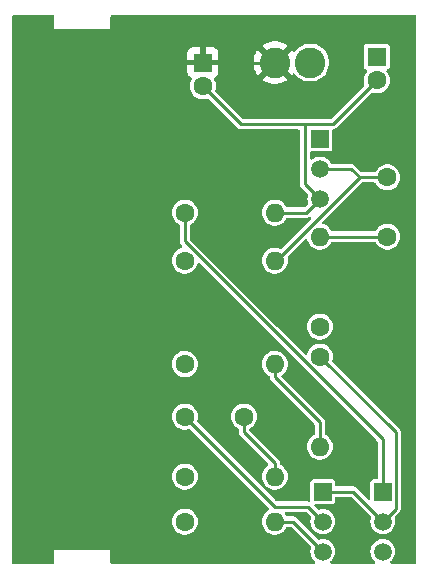
<source format=gbr>
G04 #@! TF.GenerationSoftware,KiCad,Pcbnew,8.0.1*
G04 #@! TF.CreationDate,2024-06-18T22:12:42-04:00*
G04 #@! TF.ProjectId,OdysseyDaughterCardHorizSyncGenerator,4f647973-7365-4794-9461-756768746572,1.0*
G04 #@! TF.SameCoordinates,Original*
G04 #@! TF.FileFunction,Copper,L1,Top*
G04 #@! TF.FilePolarity,Positive*
%FSLAX46Y46*%
G04 Gerber Fmt 4.6, Leading zero omitted, Abs format (unit mm)*
G04 Created by KiCad (PCBNEW 8.0.1) date 2024-06-18 22:12:42*
%MOMM*%
%LPD*%
G01*
G04 APERTURE LIST*
G04 #@! TA.AperFunction,ComponentPad*
%ADD10R,1.500000X1.500000*%
G04 #@! TD*
G04 #@! TA.AperFunction,ComponentPad*
%ADD11C,1.500000*%
G04 #@! TD*
G04 #@! TA.AperFunction,ComponentPad*
%ADD12C,1.600000*%
G04 #@! TD*
G04 #@! TA.AperFunction,ComponentPad*
%ADD13R,1.600000X1.600000*%
G04 #@! TD*
G04 #@! TA.AperFunction,ComponentPad*
%ADD14C,2.600000*%
G04 #@! TD*
G04 #@! TA.AperFunction,ComponentPad*
%ADD15O,1.600000X1.600000*%
G04 #@! TD*
G04 #@! TA.AperFunction,Conductor*
%ADD16C,0.250000*%
G04 #@! TD*
G04 APERTURE END LIST*
D10*
X153924000Y-118110000D03*
D11*
X153924000Y-120650000D03*
X153924000Y-123190000D03*
D10*
X148844000Y-118110000D03*
D11*
X148844000Y-120650000D03*
X148844000Y-123190000D03*
D10*
X148590000Y-88265000D03*
D11*
X148590000Y-90805000D03*
X148590000Y-93345000D03*
D12*
X154305000Y-91520000D03*
X154305000Y-96520000D03*
X142160000Y-111760000D03*
X137160000Y-111760000D03*
X138684000Y-83788000D03*
D13*
X138684000Y-81788000D03*
D12*
X153416000Y-83280000D03*
D13*
X153416000Y-81280000D03*
D14*
X147780000Y-81788000D03*
X144780000Y-81788000D03*
D15*
X144780000Y-120650000D03*
D12*
X137160000Y-120650000D03*
D15*
X144780000Y-98552000D03*
D12*
X137160000Y-98552000D03*
D15*
X144780000Y-116840000D03*
D12*
X137160000Y-116840000D03*
D15*
X148590000Y-96520000D03*
D12*
X148590000Y-104140000D03*
D15*
X144780000Y-107315000D03*
D12*
X137160000Y-107315000D03*
D15*
X148590000Y-114300000D03*
D12*
X148590000Y-106680000D03*
D15*
X144780000Y-94488000D03*
D12*
X137160000Y-94488000D03*
D16*
X151384000Y-118110000D02*
X153924000Y-120650000D01*
X148844000Y-118110000D02*
X151384000Y-118110000D01*
X154999000Y-119575000D02*
X153924000Y-120650000D01*
X154999000Y-113089000D02*
X154999000Y-119575000D01*
X148590000Y-106680000D02*
X154999000Y-113089000D01*
X144780000Y-119380000D02*
X147574000Y-119380000D01*
X147574000Y-119380000D02*
X148844000Y-120650000D01*
X137160000Y-111760000D02*
X144780000Y-119380000D01*
X146304000Y-120650000D02*
X148844000Y-123190000D01*
X144780000Y-120650000D02*
X146304000Y-120650000D01*
X144920700Y-98552000D02*
X151952700Y-91520000D01*
X144780000Y-98552000D02*
X144920700Y-98552000D01*
X151237700Y-90805000D02*
X151952700Y-91520000D01*
X148590000Y-90805000D02*
X151237700Y-90805000D01*
X147320000Y-92075000D02*
X148590000Y-93345000D01*
X147320000Y-87030700D02*
X147320000Y-92075000D01*
X147514600Y-87030700D02*
X147320000Y-87030700D01*
X147447000Y-94488000D02*
X148590000Y-93345000D01*
X144780000Y-94488000D02*
X147447000Y-94488000D01*
X148590000Y-96520000D02*
X154305000Y-96520000D01*
X151952700Y-91520000D02*
X154305000Y-91520000D01*
X142160000Y-113094700D02*
X142160000Y-111760000D01*
X144780000Y-116840000D02*
X144780000Y-115714700D01*
X144780000Y-115714700D02*
X142160000Y-113094700D01*
X144780000Y-81788000D02*
X138684000Y-81788000D01*
X141926700Y-87030700D02*
X138684000Y-83788000D01*
X144780000Y-108440300D02*
X148590000Y-112250300D01*
X148590000Y-112250300D02*
X148590000Y-114300000D01*
X153416000Y-83280000D02*
X149665300Y-87030700D01*
X148590000Y-90805000D02*
X148590000Y-91230100D01*
X149665300Y-87030700D02*
X147514600Y-87030700D01*
X147514600Y-87030700D02*
X141926700Y-87030700D01*
X144780000Y-107315000D02*
X144780000Y-108440300D01*
X153924000Y-118110000D02*
X153924000Y-113692000D01*
X137160000Y-96928000D02*
X137160000Y-94488000D01*
X153924000Y-113692000D02*
X137160000Y-96928000D01*
G04 #@! TA.AperFunction,Conductor*
G36*
X126042539Y-77795185D02*
G01*
X126088294Y-77847989D01*
X126099500Y-77899500D01*
X126099500Y-78884982D01*
X126099500Y-78915018D01*
X126110994Y-78942767D01*
X126132233Y-78964006D01*
X126159982Y-78975500D01*
X126159984Y-78975500D01*
X130790016Y-78975500D01*
X130790018Y-78975500D01*
X130817767Y-78964006D01*
X130839006Y-78942767D01*
X130850500Y-78915018D01*
X130850500Y-77899500D01*
X130870185Y-77832461D01*
X130922989Y-77786706D01*
X130974500Y-77775500D01*
X156645500Y-77775500D01*
X156712539Y-77795185D01*
X156758294Y-77847989D01*
X156769500Y-77899500D01*
X156769500Y-124100500D01*
X156749815Y-124167539D01*
X156697011Y-124213294D01*
X156645500Y-124224500D01*
X154665928Y-124224500D01*
X154598889Y-124204815D01*
X154553134Y-124152011D01*
X154543190Y-124082853D01*
X154572215Y-124019297D01*
X154587264Y-124004646D01*
X154670410Y-123936410D01*
X154801685Y-123776450D01*
X154899232Y-123593954D01*
X154959300Y-123395934D01*
X154979583Y-123190000D01*
X154959300Y-122984066D01*
X154899232Y-122786046D01*
X154801685Y-122603550D01*
X154749702Y-122540209D01*
X154670410Y-122443589D01*
X154510452Y-122312317D01*
X154510453Y-122312317D01*
X154510450Y-122312315D01*
X154327954Y-122214768D01*
X154129934Y-122154700D01*
X154129932Y-122154699D01*
X154129934Y-122154699D01*
X153924000Y-122134417D01*
X153718067Y-122154699D01*
X153520043Y-122214769D01*
X153409898Y-122273643D01*
X153337550Y-122312315D01*
X153337548Y-122312316D01*
X153337547Y-122312317D01*
X153177589Y-122443589D01*
X153046317Y-122603547D01*
X152948769Y-122786043D01*
X152888699Y-122984067D01*
X152868417Y-123190000D01*
X152888699Y-123395932D01*
X152888700Y-123395934D01*
X152948768Y-123593954D01*
X153046315Y-123776450D01*
X153046317Y-123776452D01*
X153177589Y-123936410D01*
X153260736Y-124004646D01*
X153300071Y-124062392D01*
X153301942Y-124132237D01*
X153265755Y-124192005D01*
X153202999Y-124222721D01*
X153182072Y-124224500D01*
X149585928Y-124224500D01*
X149518889Y-124204815D01*
X149473134Y-124152011D01*
X149463190Y-124082853D01*
X149492215Y-124019297D01*
X149507264Y-124004646D01*
X149590410Y-123936410D01*
X149721685Y-123776450D01*
X149819232Y-123593954D01*
X149879300Y-123395934D01*
X149899583Y-123190000D01*
X149879300Y-122984066D01*
X149819232Y-122786046D01*
X149721685Y-122603550D01*
X149669702Y-122540209D01*
X149590410Y-122443589D01*
X149430452Y-122312317D01*
X149430453Y-122312317D01*
X149430450Y-122312315D01*
X149247954Y-122214768D01*
X149049934Y-122154700D01*
X149049932Y-122154699D01*
X149049934Y-122154699D01*
X148844000Y-122134417D01*
X148638067Y-122154699D01*
X148534545Y-122186102D01*
X148464678Y-122186725D01*
X148410870Y-122155122D01*
X146565265Y-120309517D01*
X146565263Y-120309515D01*
X146468237Y-120253497D01*
X146360018Y-120224500D01*
X146360017Y-120224500D01*
X145874288Y-120224500D01*
X145807249Y-120204815D01*
X145763289Y-120155774D01*
X145719673Y-120068179D01*
X145671379Y-120004227D01*
X145646687Y-119938865D01*
X145661252Y-119870531D01*
X145710450Y-119820918D01*
X145770333Y-119805500D01*
X147346390Y-119805500D01*
X147413429Y-119825185D01*
X147434071Y-119841819D01*
X147809122Y-120216869D01*
X147842607Y-120278192D01*
X147840102Y-120340544D01*
X147808699Y-120444066D01*
X147788417Y-120650000D01*
X147808699Y-120855932D01*
X147808700Y-120855934D01*
X147868768Y-121053954D01*
X147966315Y-121236450D01*
X147966317Y-121236452D01*
X148097589Y-121396410D01*
X148194209Y-121475702D01*
X148257550Y-121527685D01*
X148440046Y-121625232D01*
X148638066Y-121685300D01*
X148638065Y-121685300D01*
X148656529Y-121687118D01*
X148844000Y-121705583D01*
X149049934Y-121685300D01*
X149247954Y-121625232D01*
X149430450Y-121527685D01*
X149590410Y-121396410D01*
X149721685Y-121236450D01*
X149819232Y-121053954D01*
X149879300Y-120855934D01*
X149899583Y-120650000D01*
X149879300Y-120444066D01*
X149819232Y-120246046D01*
X149721685Y-120063550D01*
X149669702Y-120000209D01*
X149590410Y-119903589D01*
X149430452Y-119772317D01*
X149430453Y-119772317D01*
X149430450Y-119772315D01*
X149247954Y-119674768D01*
X149049934Y-119614700D01*
X149049932Y-119614699D01*
X149049934Y-119614699D01*
X148844000Y-119594417D01*
X148638066Y-119614699D01*
X148534544Y-119646102D01*
X148464677Y-119646725D01*
X148410869Y-119615122D01*
X148167928Y-119372180D01*
X148134443Y-119310857D01*
X148139427Y-119241165D01*
X148181299Y-119185232D01*
X148246763Y-119160815D01*
X148255584Y-119160499D01*
X149638864Y-119160499D01*
X149638879Y-119160497D01*
X149638882Y-119160497D01*
X149663987Y-119157586D01*
X149663988Y-119157585D01*
X149663991Y-119157585D01*
X149766765Y-119112206D01*
X149846206Y-119032765D01*
X149891585Y-118929991D01*
X149894500Y-118904865D01*
X149894500Y-118659500D01*
X149914185Y-118592461D01*
X149966989Y-118546706D01*
X150018500Y-118535500D01*
X151156390Y-118535500D01*
X151223429Y-118555185D01*
X151244071Y-118571819D01*
X152889122Y-120216870D01*
X152922607Y-120278193D01*
X152920102Y-120340545D01*
X152888699Y-120444067D01*
X152868417Y-120650000D01*
X152888699Y-120855932D01*
X152888700Y-120855934D01*
X152948768Y-121053954D01*
X153046315Y-121236450D01*
X153046317Y-121236452D01*
X153177589Y-121396410D01*
X153274209Y-121475702D01*
X153337550Y-121527685D01*
X153520046Y-121625232D01*
X153718066Y-121685300D01*
X153718065Y-121685300D01*
X153736529Y-121687118D01*
X153924000Y-121705583D01*
X154129934Y-121685300D01*
X154327954Y-121625232D01*
X154510450Y-121527685D01*
X154670410Y-121396410D01*
X154801685Y-121236450D01*
X154899232Y-121053954D01*
X154959300Y-120855934D01*
X154979583Y-120650000D01*
X154959300Y-120444066D01*
X154927896Y-120340544D01*
X154927274Y-120270678D01*
X154958875Y-120216871D01*
X155339485Y-119836263D01*
X155395503Y-119739237D01*
X155424500Y-119631018D01*
X155424500Y-119518981D01*
X155424500Y-113032982D01*
X155395503Y-112924763D01*
X155339485Y-112827737D01*
X155260263Y-112748515D01*
X149665556Y-107153808D01*
X149632071Y-107092485D01*
X149633971Y-107032192D01*
X149667102Y-106915752D01*
X149676397Y-106883083D01*
X149695215Y-106680000D01*
X149676397Y-106476917D01*
X149620582Y-106280750D01*
X149606254Y-106251976D01*
X149576272Y-106191764D01*
X149529673Y-106098179D01*
X149406764Y-105935421D01*
X149406762Y-105935418D01*
X149256041Y-105798019D01*
X149256039Y-105798017D01*
X149082642Y-105690655D01*
X149082635Y-105690651D01*
X148987546Y-105653814D01*
X148892456Y-105616976D01*
X148691976Y-105579500D01*
X148488024Y-105579500D01*
X148287544Y-105616976D01*
X148287541Y-105616976D01*
X148287541Y-105616977D01*
X148097364Y-105690651D01*
X148097357Y-105690655D01*
X147923960Y-105798017D01*
X147923958Y-105798019D01*
X147773237Y-105935418D01*
X147650327Y-106098178D01*
X147559422Y-106280739D01*
X147559417Y-106280752D01*
X147518611Y-106424170D01*
X147481332Y-106483263D01*
X147418022Y-106512820D01*
X147348782Y-106503458D01*
X147311664Y-106477916D01*
X144973748Y-104140000D01*
X147484785Y-104140000D01*
X147503602Y-104343082D01*
X147559417Y-104539247D01*
X147559422Y-104539260D01*
X147650327Y-104721821D01*
X147773237Y-104884581D01*
X147923958Y-105021980D01*
X147923960Y-105021982D01*
X148023141Y-105083392D01*
X148097363Y-105129348D01*
X148287544Y-105203024D01*
X148488024Y-105240500D01*
X148488026Y-105240500D01*
X148691974Y-105240500D01*
X148691976Y-105240500D01*
X148892456Y-105203024D01*
X149082637Y-105129348D01*
X149256041Y-105021981D01*
X149406764Y-104884579D01*
X149529673Y-104721821D01*
X149620582Y-104539250D01*
X149676397Y-104343083D01*
X149695215Y-104140000D01*
X149676397Y-103936917D01*
X149620582Y-103740750D01*
X149529673Y-103558179D01*
X149406764Y-103395421D01*
X149406762Y-103395418D01*
X149256041Y-103258019D01*
X149256039Y-103258017D01*
X149082642Y-103150655D01*
X149082635Y-103150651D01*
X148987546Y-103113814D01*
X148892456Y-103076976D01*
X148691976Y-103039500D01*
X148488024Y-103039500D01*
X148287544Y-103076976D01*
X148287541Y-103076976D01*
X148287541Y-103076977D01*
X148097364Y-103150651D01*
X148097357Y-103150655D01*
X147923960Y-103258017D01*
X147923958Y-103258019D01*
X147773237Y-103395418D01*
X147650327Y-103558178D01*
X147559422Y-103740739D01*
X147559417Y-103740752D01*
X147503602Y-103936917D01*
X147484785Y-104139999D01*
X147484785Y-104140000D01*
X144973748Y-104140000D01*
X137621819Y-96788071D01*
X137588334Y-96726748D01*
X137585500Y-96700390D01*
X137585500Y-95587555D01*
X137605185Y-95520516D01*
X137648555Y-95481645D01*
X137647763Y-95480366D01*
X137826039Y-95369982D01*
X137826038Y-95369982D01*
X137826041Y-95369981D01*
X137954122Y-95253219D01*
X137976762Y-95232581D01*
X137976764Y-95232579D01*
X138099673Y-95069821D01*
X138190582Y-94887250D01*
X138246397Y-94691083D01*
X138265215Y-94488000D01*
X138246397Y-94284917D01*
X138190582Y-94088750D01*
X138099673Y-93906179D01*
X137976764Y-93743421D01*
X137976762Y-93743418D01*
X137826041Y-93606019D01*
X137826039Y-93606017D01*
X137652642Y-93498655D01*
X137652635Y-93498651D01*
X137557546Y-93461814D01*
X137462456Y-93424976D01*
X137261976Y-93387500D01*
X137058024Y-93387500D01*
X136857544Y-93424976D01*
X136857541Y-93424976D01*
X136857541Y-93424977D01*
X136667364Y-93498651D01*
X136667357Y-93498655D01*
X136493960Y-93606017D01*
X136493958Y-93606019D01*
X136343237Y-93743418D01*
X136220327Y-93906178D01*
X136129422Y-94088739D01*
X136129417Y-94088752D01*
X136073602Y-94284917D01*
X136054785Y-94487999D01*
X136054785Y-94488000D01*
X136073602Y-94691082D01*
X136129417Y-94887247D01*
X136129422Y-94887260D01*
X136220327Y-95069821D01*
X136343237Y-95232581D01*
X136493958Y-95369980D01*
X136493960Y-95369982D01*
X136672237Y-95480366D01*
X136671375Y-95481756D01*
X136716998Y-95524041D01*
X136734500Y-95587555D01*
X136734500Y-96871982D01*
X136734500Y-96984018D01*
X136763497Y-97092237D01*
X136819515Y-97189263D01*
X136819517Y-97189265D01*
X136912061Y-97281809D01*
X136945546Y-97343132D01*
X136940562Y-97412824D01*
X136898690Y-97468757D01*
X136862755Y-97486556D01*
X136862890Y-97486905D01*
X136859043Y-97488395D01*
X136858315Y-97488756D01*
X136857550Y-97488973D01*
X136667364Y-97562651D01*
X136667357Y-97562655D01*
X136493960Y-97670017D01*
X136493958Y-97670019D01*
X136343237Y-97807418D01*
X136220327Y-97970178D01*
X136129422Y-98152739D01*
X136129417Y-98152752D01*
X136073602Y-98348917D01*
X136054785Y-98551999D01*
X136054785Y-98552000D01*
X136073602Y-98755082D01*
X136129417Y-98951247D01*
X136129422Y-98951260D01*
X136220327Y-99133821D01*
X136343237Y-99296581D01*
X136493958Y-99433980D01*
X136493960Y-99433982D01*
X136593141Y-99495392D01*
X136667363Y-99541348D01*
X136857544Y-99615024D01*
X137058024Y-99652500D01*
X137058026Y-99652500D01*
X137261974Y-99652500D01*
X137261976Y-99652500D01*
X137462456Y-99615024D01*
X137652637Y-99541348D01*
X137826041Y-99433981D01*
X137976764Y-99296579D01*
X138099673Y-99133821D01*
X138190582Y-98951250D01*
X138219428Y-98849866D01*
X138256706Y-98790776D01*
X138320015Y-98761218D01*
X138389255Y-98770580D01*
X138426374Y-98796122D01*
X153462181Y-113831929D01*
X153495666Y-113893252D01*
X153498500Y-113919610D01*
X153498500Y-116935500D01*
X153478815Y-117002539D01*
X153426011Y-117048294D01*
X153374500Y-117059500D01*
X153129143Y-117059500D01*
X153129117Y-117059502D01*
X153104012Y-117062413D01*
X153104008Y-117062415D01*
X153001235Y-117107793D01*
X152921794Y-117187234D01*
X152876415Y-117290006D01*
X152876415Y-117290008D01*
X152873500Y-117315131D01*
X152873500Y-118698390D01*
X152853815Y-118765429D01*
X152801011Y-118811184D01*
X152731853Y-118821128D01*
X152668297Y-118792103D01*
X152661819Y-118786071D01*
X151645265Y-117769517D01*
X151645263Y-117769515D01*
X151580579Y-117732169D01*
X151548239Y-117713498D01*
X151548238Y-117713497D01*
X151548237Y-117713497D01*
X151440018Y-117684500D01*
X151440017Y-117684500D01*
X150018499Y-117684500D01*
X149951460Y-117664815D01*
X149905705Y-117612011D01*
X149894499Y-117560500D01*
X149894499Y-117315143D01*
X149894499Y-117315136D01*
X149894497Y-117315117D01*
X149891586Y-117290012D01*
X149891585Y-117290010D01*
X149891585Y-117290009D01*
X149846206Y-117187235D01*
X149766765Y-117107794D01*
X149766763Y-117107793D01*
X149663992Y-117062415D01*
X149638865Y-117059500D01*
X148049143Y-117059500D01*
X148049117Y-117059502D01*
X148024012Y-117062413D01*
X148024008Y-117062415D01*
X147921235Y-117107793D01*
X147841794Y-117187234D01*
X147796415Y-117290006D01*
X147796415Y-117290008D01*
X147793500Y-117315131D01*
X147793500Y-118836705D01*
X147773815Y-118903744D01*
X147721011Y-118949499D01*
X147651853Y-118959443D01*
X147637408Y-118956480D01*
X147630020Y-118954500D01*
X147630018Y-118954500D01*
X145007609Y-118954500D01*
X144940570Y-118934815D01*
X144919928Y-118918181D01*
X138235556Y-112233808D01*
X138202071Y-112172485D01*
X138203971Y-112112192D01*
X138211406Y-112086063D01*
X138246397Y-111963083D01*
X138265215Y-111760000D01*
X141054785Y-111760000D01*
X141073602Y-111963082D01*
X141129417Y-112159247D01*
X141129422Y-112159260D01*
X141220327Y-112341821D01*
X141343237Y-112504581D01*
X141493958Y-112641980D01*
X141493960Y-112641982D01*
X141672237Y-112752366D01*
X141671375Y-112753756D01*
X141716998Y-112796041D01*
X141734500Y-112859555D01*
X141734500Y-113038682D01*
X141734500Y-113150718D01*
X141763497Y-113258937D01*
X141819515Y-113355963D01*
X141819517Y-113355965D01*
X144193243Y-115729691D01*
X144226728Y-115791014D01*
X144221744Y-115860706D01*
X144179872Y-115916639D01*
X144170841Y-115922798D01*
X144113959Y-115958018D01*
X144113958Y-115958019D01*
X143963237Y-116095418D01*
X143840327Y-116258178D01*
X143749422Y-116440739D01*
X143749417Y-116440752D01*
X143693602Y-116636917D01*
X143674785Y-116839999D01*
X143674785Y-116840000D01*
X143693602Y-117043082D01*
X143749417Y-117239247D01*
X143749422Y-117239260D01*
X143840327Y-117421821D01*
X143963237Y-117584581D01*
X144072844Y-117684500D01*
X144104652Y-117713497D01*
X144113958Y-117721980D01*
X144113960Y-117721982D01*
X144190726Y-117769513D01*
X144287363Y-117829348D01*
X144477544Y-117903024D01*
X144678024Y-117940500D01*
X144678026Y-117940500D01*
X144881974Y-117940500D01*
X144881976Y-117940500D01*
X145082456Y-117903024D01*
X145272637Y-117829348D01*
X145446041Y-117721981D01*
X145596764Y-117584579D01*
X145719673Y-117421821D01*
X145810582Y-117239250D01*
X145866397Y-117043083D01*
X145885215Y-116840000D01*
X145866397Y-116636917D01*
X145810582Y-116440750D01*
X145719673Y-116258179D01*
X145596764Y-116095421D01*
X145596762Y-116095418D01*
X145446041Y-115958019D01*
X145446039Y-115958017D01*
X145267763Y-115847634D01*
X145268620Y-115846248D01*
X145222987Y-115803934D01*
X145205500Y-115740444D01*
X145205500Y-115658684D01*
X145205500Y-115658682D01*
X145176503Y-115550463D01*
X145120485Y-115453437D01*
X145041263Y-115374215D01*
X142621819Y-112954771D01*
X142588334Y-112893448D01*
X142585500Y-112867090D01*
X142585500Y-112859555D01*
X142605185Y-112792516D01*
X142648555Y-112753645D01*
X142647763Y-112752366D01*
X142826039Y-112641982D01*
X142826038Y-112641982D01*
X142826041Y-112641981D01*
X142976764Y-112504579D01*
X143099673Y-112341821D01*
X143190582Y-112159250D01*
X143246397Y-111963083D01*
X143265215Y-111760000D01*
X143246397Y-111556917D01*
X143190582Y-111360750D01*
X143099673Y-111178179D01*
X142976764Y-111015421D01*
X142976762Y-111015418D01*
X142826041Y-110878019D01*
X142826039Y-110878017D01*
X142652642Y-110770655D01*
X142652635Y-110770651D01*
X142557546Y-110733814D01*
X142462456Y-110696976D01*
X142261976Y-110659500D01*
X142058024Y-110659500D01*
X141857544Y-110696976D01*
X141857541Y-110696976D01*
X141857541Y-110696977D01*
X141667364Y-110770651D01*
X141667357Y-110770655D01*
X141493960Y-110878017D01*
X141493958Y-110878019D01*
X141343237Y-111015418D01*
X141220327Y-111178178D01*
X141129422Y-111360739D01*
X141129417Y-111360752D01*
X141073602Y-111556917D01*
X141054785Y-111759999D01*
X141054785Y-111760000D01*
X138265215Y-111760000D01*
X138246397Y-111556917D01*
X138190582Y-111360750D01*
X138099673Y-111178179D01*
X137976764Y-111015421D01*
X137976762Y-111015418D01*
X137826041Y-110878019D01*
X137826039Y-110878017D01*
X137652642Y-110770655D01*
X137652635Y-110770651D01*
X137557546Y-110733814D01*
X137462456Y-110696976D01*
X137261976Y-110659500D01*
X137058024Y-110659500D01*
X136857544Y-110696976D01*
X136857541Y-110696976D01*
X136857541Y-110696977D01*
X136667364Y-110770651D01*
X136667357Y-110770655D01*
X136493960Y-110878017D01*
X136493958Y-110878019D01*
X136343237Y-111015418D01*
X136220327Y-111178178D01*
X136129422Y-111360739D01*
X136129417Y-111360752D01*
X136073602Y-111556917D01*
X136054785Y-111759999D01*
X136054785Y-111760000D01*
X136073602Y-111963082D01*
X136129417Y-112159247D01*
X136129422Y-112159260D01*
X136220327Y-112341821D01*
X136343237Y-112504581D01*
X136493958Y-112641980D01*
X136493960Y-112641982D01*
X136593141Y-112703392D01*
X136667363Y-112749348D01*
X136857544Y-112823024D01*
X137058024Y-112860500D01*
X137058026Y-112860500D01*
X137261974Y-112860500D01*
X137261976Y-112860500D01*
X137462456Y-112823024D01*
X137501586Y-112807865D01*
X137571209Y-112802002D01*
X137632950Y-112834711D01*
X137634062Y-112835810D01*
X144282611Y-119484358D01*
X144316096Y-119545681D01*
X144311112Y-119615373D01*
X144269240Y-119671306D01*
X144260207Y-119677466D01*
X144113960Y-119768017D01*
X144113958Y-119768019D01*
X143963237Y-119905418D01*
X143840327Y-120068178D01*
X143749422Y-120250739D01*
X143749417Y-120250752D01*
X143693602Y-120446917D01*
X143674785Y-120649999D01*
X143674785Y-120650000D01*
X143693602Y-120853082D01*
X143749417Y-121049247D01*
X143749422Y-121049260D01*
X143840327Y-121231821D01*
X143963237Y-121394581D01*
X144113958Y-121531980D01*
X144113960Y-121531982D01*
X144213141Y-121593392D01*
X144287363Y-121639348D01*
X144477544Y-121713024D01*
X144678024Y-121750500D01*
X144678026Y-121750500D01*
X144881974Y-121750500D01*
X144881976Y-121750500D01*
X145082456Y-121713024D01*
X145272637Y-121639348D01*
X145446041Y-121531981D01*
X145574122Y-121415219D01*
X145596762Y-121394581D01*
X145596764Y-121394579D01*
X145719673Y-121231821D01*
X145763289Y-121144225D01*
X145810790Y-121092992D01*
X145874288Y-121075500D01*
X146076390Y-121075500D01*
X146143429Y-121095185D01*
X146164071Y-121111819D01*
X147809122Y-122756870D01*
X147842607Y-122818193D01*
X147840102Y-122880545D01*
X147808699Y-122984067D01*
X147788417Y-123190000D01*
X147808699Y-123395932D01*
X147808700Y-123395934D01*
X147868768Y-123593954D01*
X147966315Y-123776450D01*
X147966317Y-123776452D01*
X148097589Y-123936410D01*
X148180736Y-124004646D01*
X148220071Y-124062392D01*
X148221942Y-124132237D01*
X148185755Y-124192005D01*
X148122999Y-124222721D01*
X148102072Y-124224500D01*
X130974500Y-124224500D01*
X130907461Y-124204815D01*
X130861706Y-124152011D01*
X130850500Y-124100500D01*
X130850500Y-123084983D01*
X130850500Y-123084982D01*
X130839006Y-123057233D01*
X130817767Y-123035994D01*
X130790018Y-123024500D01*
X126190018Y-123024500D01*
X126159982Y-123024500D01*
X126132231Y-123035995D01*
X126110995Y-123057231D01*
X126099500Y-123084982D01*
X126099500Y-124100500D01*
X126079815Y-124167539D01*
X126027011Y-124213294D01*
X125975500Y-124224500D01*
X122624500Y-124224500D01*
X122557461Y-124204815D01*
X122511706Y-124152011D01*
X122500500Y-124100500D01*
X122500500Y-120650000D01*
X136054785Y-120650000D01*
X136073602Y-120853082D01*
X136129417Y-121049247D01*
X136129422Y-121049260D01*
X136220327Y-121231821D01*
X136343237Y-121394581D01*
X136493958Y-121531980D01*
X136493960Y-121531982D01*
X136593141Y-121593392D01*
X136667363Y-121639348D01*
X136857544Y-121713024D01*
X137058024Y-121750500D01*
X137058026Y-121750500D01*
X137261974Y-121750500D01*
X137261976Y-121750500D01*
X137462456Y-121713024D01*
X137652637Y-121639348D01*
X137826041Y-121531981D01*
X137954122Y-121415219D01*
X137976762Y-121394581D01*
X137976764Y-121394579D01*
X138099673Y-121231821D01*
X138190582Y-121049250D01*
X138246397Y-120853083D01*
X138265215Y-120650000D01*
X138246397Y-120446917D01*
X138190582Y-120250750D01*
X138188238Y-120246043D01*
X138143288Y-120155771D01*
X138099673Y-120068179D01*
X137976764Y-119905421D01*
X137976762Y-119905418D01*
X137826041Y-119768019D01*
X137826039Y-119768017D01*
X137652642Y-119660655D01*
X137652635Y-119660651D01*
X137557546Y-119623814D01*
X137462456Y-119586976D01*
X137261976Y-119549500D01*
X137058024Y-119549500D01*
X136857544Y-119586976D01*
X136857541Y-119586976D01*
X136857541Y-119586977D01*
X136667364Y-119660651D01*
X136667357Y-119660655D01*
X136493960Y-119768017D01*
X136493958Y-119768019D01*
X136343237Y-119905418D01*
X136220327Y-120068178D01*
X136129422Y-120250739D01*
X136129417Y-120250752D01*
X136073602Y-120446917D01*
X136054785Y-120649999D01*
X136054785Y-120650000D01*
X122500500Y-120650000D01*
X122500500Y-116840000D01*
X136054785Y-116840000D01*
X136073602Y-117043082D01*
X136129417Y-117239247D01*
X136129422Y-117239260D01*
X136220327Y-117421821D01*
X136343237Y-117584581D01*
X136452844Y-117684500D01*
X136484652Y-117713497D01*
X136493958Y-117721980D01*
X136493960Y-117721982D01*
X136570726Y-117769513D01*
X136667363Y-117829348D01*
X136857544Y-117903024D01*
X137058024Y-117940500D01*
X137058026Y-117940500D01*
X137261974Y-117940500D01*
X137261976Y-117940500D01*
X137462456Y-117903024D01*
X137652637Y-117829348D01*
X137826041Y-117721981D01*
X137976764Y-117584579D01*
X138099673Y-117421821D01*
X138190582Y-117239250D01*
X138246397Y-117043083D01*
X138265215Y-116840000D01*
X138246397Y-116636917D01*
X138190582Y-116440750D01*
X138099673Y-116258179D01*
X137976764Y-116095421D01*
X137976762Y-116095418D01*
X137826041Y-115958019D01*
X137826039Y-115958017D01*
X137652642Y-115850655D01*
X137652635Y-115850651D01*
X137532043Y-115803934D01*
X137462456Y-115776976D01*
X137261976Y-115739500D01*
X137058024Y-115739500D01*
X136857544Y-115776976D01*
X136857541Y-115776976D01*
X136857541Y-115776977D01*
X136667364Y-115850651D01*
X136667357Y-115850655D01*
X136493960Y-115958017D01*
X136493958Y-115958019D01*
X136343237Y-116095418D01*
X136220327Y-116258178D01*
X136129422Y-116440739D01*
X136129417Y-116440752D01*
X136073602Y-116636917D01*
X136054785Y-116839999D01*
X136054785Y-116840000D01*
X122500500Y-116840000D01*
X122500500Y-107315000D01*
X136054785Y-107315000D01*
X136073602Y-107518082D01*
X136129417Y-107714247D01*
X136129422Y-107714260D01*
X136220327Y-107896821D01*
X136343237Y-108059581D01*
X136493958Y-108196980D01*
X136493960Y-108196982D01*
X136593141Y-108258392D01*
X136667363Y-108304348D01*
X136857544Y-108378024D01*
X137058024Y-108415500D01*
X137058026Y-108415500D01*
X137261974Y-108415500D01*
X137261976Y-108415500D01*
X137462456Y-108378024D01*
X137652637Y-108304348D01*
X137826041Y-108196981D01*
X137976764Y-108059579D01*
X138099673Y-107896821D01*
X138190582Y-107714250D01*
X138246397Y-107518083D01*
X138265215Y-107315000D01*
X143674785Y-107315000D01*
X143693602Y-107518082D01*
X143749417Y-107714247D01*
X143749422Y-107714260D01*
X143840327Y-107896821D01*
X143963237Y-108059581D01*
X144113958Y-108196980D01*
X144113960Y-108196982D01*
X144292237Y-108307366D01*
X144291375Y-108308756D01*
X144336998Y-108351041D01*
X144354500Y-108414555D01*
X144354500Y-108496318D01*
X144383497Y-108604537D01*
X144439515Y-108701563D01*
X144439517Y-108701565D01*
X148128181Y-112390229D01*
X148161666Y-112451552D01*
X148164500Y-112477910D01*
X148164500Y-113200444D01*
X148144815Y-113267483D01*
X148101447Y-113306359D01*
X148102237Y-113307634D01*
X147923960Y-113418017D01*
X147923958Y-113418019D01*
X147773237Y-113555418D01*
X147650327Y-113718178D01*
X147559422Y-113900739D01*
X147559417Y-113900752D01*
X147503602Y-114096917D01*
X147484785Y-114299999D01*
X147484785Y-114300000D01*
X147503602Y-114503082D01*
X147559417Y-114699247D01*
X147559422Y-114699260D01*
X147650327Y-114881821D01*
X147773237Y-115044581D01*
X147923958Y-115181980D01*
X147923960Y-115181982D01*
X148023141Y-115243392D01*
X148097363Y-115289348D01*
X148287544Y-115363024D01*
X148488024Y-115400500D01*
X148488026Y-115400500D01*
X148691974Y-115400500D01*
X148691976Y-115400500D01*
X148892456Y-115363024D01*
X149082637Y-115289348D01*
X149256041Y-115181981D01*
X149406764Y-115044579D01*
X149529673Y-114881821D01*
X149620582Y-114699250D01*
X149676397Y-114503083D01*
X149695215Y-114300000D01*
X149676397Y-114096917D01*
X149620582Y-113900750D01*
X149616848Y-113893252D01*
X149576272Y-113811764D01*
X149529673Y-113718179D01*
X149406764Y-113555421D01*
X149406762Y-113555418D01*
X149256041Y-113418019D01*
X149256039Y-113418017D01*
X149077763Y-113307634D01*
X149078620Y-113306248D01*
X149032987Y-113263934D01*
X149015500Y-113200444D01*
X149015500Y-112194284D01*
X149015500Y-112194282D01*
X148986503Y-112086063D01*
X148930485Y-111989037D01*
X148851263Y-111909815D01*
X145366756Y-108425308D01*
X145333271Y-108363985D01*
X145338255Y-108294293D01*
X145380127Y-108238360D01*
X145389160Y-108232200D01*
X145446039Y-108196982D01*
X145446038Y-108196982D01*
X145446041Y-108196981D01*
X145596764Y-108059579D01*
X145719673Y-107896821D01*
X145810582Y-107714250D01*
X145866397Y-107518083D01*
X145885215Y-107315000D01*
X145866397Y-107111917D01*
X145810582Y-106915750D01*
X145794315Y-106883082D01*
X145766272Y-106826764D01*
X145719673Y-106733179D01*
X145596764Y-106570421D01*
X145596762Y-106570418D01*
X145446041Y-106433019D01*
X145446039Y-106433017D01*
X145272642Y-106325655D01*
X145272635Y-106325651D01*
X145156702Y-106280739D01*
X145082456Y-106251976D01*
X144881976Y-106214500D01*
X144678024Y-106214500D01*
X144477544Y-106251976D01*
X144477541Y-106251976D01*
X144477541Y-106251977D01*
X144287364Y-106325651D01*
X144287357Y-106325655D01*
X144113960Y-106433017D01*
X144113958Y-106433019D01*
X143963237Y-106570418D01*
X143840327Y-106733178D01*
X143749422Y-106915739D01*
X143749417Y-106915752D01*
X143693602Y-107111917D01*
X143674785Y-107314999D01*
X143674785Y-107315000D01*
X138265215Y-107315000D01*
X138246397Y-107111917D01*
X138190582Y-106915750D01*
X138174315Y-106883082D01*
X138146272Y-106826764D01*
X138099673Y-106733179D01*
X137976764Y-106570421D01*
X137976762Y-106570418D01*
X137826041Y-106433019D01*
X137826039Y-106433017D01*
X137652642Y-106325655D01*
X137652635Y-106325651D01*
X137536702Y-106280739D01*
X137462456Y-106251976D01*
X137261976Y-106214500D01*
X137058024Y-106214500D01*
X136857544Y-106251976D01*
X136857541Y-106251976D01*
X136857541Y-106251977D01*
X136667364Y-106325651D01*
X136667357Y-106325655D01*
X136493960Y-106433017D01*
X136493958Y-106433019D01*
X136343237Y-106570418D01*
X136220327Y-106733178D01*
X136129422Y-106915739D01*
X136129417Y-106915752D01*
X136073602Y-107111917D01*
X136054785Y-107314999D01*
X136054785Y-107315000D01*
X122500500Y-107315000D01*
X122500500Y-82635844D01*
X137384000Y-82635844D01*
X137390401Y-82695372D01*
X137390403Y-82695379D01*
X137440645Y-82830086D01*
X137440649Y-82830093D01*
X137526809Y-82945187D01*
X137526812Y-82945190D01*
X137641906Y-83031350D01*
X137641913Y-83031354D01*
X137672633Y-83042812D01*
X137728567Y-83084683D01*
X137752984Y-83150147D01*
X137740300Y-83214265D01*
X137653424Y-83388734D01*
X137653417Y-83388752D01*
X137597602Y-83584917D01*
X137578785Y-83787999D01*
X137578785Y-83788000D01*
X137597602Y-83991082D01*
X137653417Y-84187247D01*
X137653422Y-84187260D01*
X137744327Y-84369821D01*
X137867237Y-84532581D01*
X138017958Y-84669980D01*
X138017960Y-84669982D01*
X138117141Y-84731392D01*
X138191363Y-84777348D01*
X138381544Y-84851024D01*
X138582024Y-84888500D01*
X138582026Y-84888500D01*
X138785974Y-84888500D01*
X138785976Y-84888500D01*
X138986456Y-84851024D01*
X139025586Y-84835865D01*
X139095209Y-84830002D01*
X139156950Y-84862711D01*
X139158062Y-84863810D01*
X141581874Y-87287621D01*
X141581884Y-87287632D01*
X141586214Y-87291962D01*
X141586215Y-87291963D01*
X141665437Y-87371185D01*
X141762463Y-87427203D01*
X141870681Y-87456200D01*
X141870682Y-87456200D01*
X146770500Y-87456200D01*
X146837539Y-87475885D01*
X146883294Y-87528689D01*
X146894500Y-87580200D01*
X146894500Y-92018982D01*
X146894500Y-92131018D01*
X146923497Y-92239237D01*
X146979515Y-92336263D01*
X146979516Y-92336264D01*
X146979517Y-92336265D01*
X147555122Y-92911869D01*
X147588607Y-92973192D01*
X147586102Y-93035544D01*
X147554699Y-93139066D01*
X147534417Y-93345000D01*
X147554699Y-93550934D01*
X147586101Y-93654454D01*
X147586724Y-93724321D01*
X147555121Y-93778129D01*
X147307069Y-94026182D01*
X147245749Y-94059666D01*
X147219390Y-94062500D01*
X145874288Y-94062500D01*
X145807249Y-94042815D01*
X145763289Y-93993774D01*
X145719673Y-93906179D01*
X145596764Y-93743421D01*
X145596762Y-93743418D01*
X145446041Y-93606019D01*
X145446039Y-93606017D01*
X145272642Y-93498655D01*
X145272635Y-93498651D01*
X145177546Y-93461814D01*
X145082456Y-93424976D01*
X144881976Y-93387500D01*
X144678024Y-93387500D01*
X144477544Y-93424976D01*
X144477541Y-93424976D01*
X144477541Y-93424977D01*
X144287364Y-93498651D01*
X144287357Y-93498655D01*
X144113960Y-93606017D01*
X144113958Y-93606019D01*
X143963237Y-93743418D01*
X143840327Y-93906178D01*
X143749422Y-94088739D01*
X143749417Y-94088752D01*
X143693602Y-94284917D01*
X143674785Y-94487999D01*
X143674785Y-94488000D01*
X143693602Y-94691082D01*
X143749417Y-94887247D01*
X143749422Y-94887260D01*
X143840327Y-95069821D01*
X143963237Y-95232581D01*
X144113958Y-95369980D01*
X144113960Y-95369982D01*
X144193935Y-95419500D01*
X144287363Y-95477348D01*
X144477544Y-95551024D01*
X144678024Y-95588500D01*
X144678026Y-95588500D01*
X144881974Y-95588500D01*
X144881976Y-95588500D01*
X145082456Y-95551024D01*
X145272637Y-95477348D01*
X145446041Y-95369981D01*
X145574122Y-95253219D01*
X145596762Y-95232581D01*
X145596764Y-95232579D01*
X145719673Y-95069821D01*
X145763289Y-94982225D01*
X145810790Y-94930992D01*
X145874288Y-94913500D01*
X147503016Y-94913500D01*
X147503018Y-94913500D01*
X147611237Y-94884503D01*
X147683312Y-94842890D01*
X147751209Y-94826418D01*
X147817236Y-94849270D01*
X147860427Y-94904191D01*
X147867069Y-94973744D01*
X147835054Y-95035847D01*
X147832991Y-95037959D01*
X145355474Y-97515476D01*
X145294151Y-97548961D01*
X145224459Y-97543977D01*
X145223000Y-97543422D01*
X145082460Y-97488977D01*
X145082457Y-97488976D01*
X145082456Y-97488976D01*
X144881976Y-97451500D01*
X144678024Y-97451500D01*
X144477544Y-97488976D01*
X144477541Y-97488976D01*
X144477541Y-97488977D01*
X144287364Y-97562651D01*
X144287357Y-97562655D01*
X144113960Y-97670017D01*
X144113958Y-97670019D01*
X143963237Y-97807418D01*
X143840327Y-97970178D01*
X143749422Y-98152739D01*
X143749417Y-98152752D01*
X143693602Y-98348917D01*
X143674785Y-98551999D01*
X143674785Y-98552000D01*
X143693602Y-98755082D01*
X143749417Y-98951247D01*
X143749422Y-98951260D01*
X143840327Y-99133821D01*
X143963237Y-99296581D01*
X144113958Y-99433980D01*
X144113960Y-99433982D01*
X144213141Y-99495392D01*
X144287363Y-99541348D01*
X144477544Y-99615024D01*
X144678024Y-99652500D01*
X144678026Y-99652500D01*
X144881974Y-99652500D01*
X144881976Y-99652500D01*
X145082456Y-99615024D01*
X145272637Y-99541348D01*
X145446041Y-99433981D01*
X145596764Y-99296579D01*
X145719673Y-99133821D01*
X145810582Y-98951250D01*
X145866397Y-98755083D01*
X145885215Y-98552000D01*
X145866397Y-98348917D01*
X145855136Y-98309339D01*
X145855722Y-98239475D01*
X145886719Y-98187727D01*
X147320681Y-96753765D01*
X147382002Y-96720282D01*
X147451694Y-96725266D01*
X147507627Y-96767138D01*
X147527626Y-96807513D01*
X147559417Y-96919247D01*
X147559422Y-96919260D01*
X147650327Y-97101821D01*
X147773237Y-97264581D01*
X147923958Y-97401980D01*
X147923960Y-97401982D01*
X147941471Y-97412824D01*
X148097363Y-97509348D01*
X148287544Y-97583024D01*
X148488024Y-97620500D01*
X148488026Y-97620500D01*
X148691974Y-97620500D01*
X148691976Y-97620500D01*
X148892456Y-97583024D01*
X149082637Y-97509348D01*
X149256041Y-97401981D01*
X149406764Y-97264579D01*
X149529673Y-97101821D01*
X149573289Y-97014225D01*
X149620790Y-96962992D01*
X149684288Y-96945500D01*
X153210712Y-96945500D01*
X153277751Y-96965185D01*
X153321710Y-97014225D01*
X153365327Y-97101821D01*
X153365329Y-97101823D01*
X153488237Y-97264581D01*
X153638958Y-97401980D01*
X153638960Y-97401982D01*
X153656471Y-97412824D01*
X153812363Y-97509348D01*
X154002544Y-97583024D01*
X154203024Y-97620500D01*
X154203026Y-97620500D01*
X154406974Y-97620500D01*
X154406976Y-97620500D01*
X154607456Y-97583024D01*
X154797637Y-97509348D01*
X154971041Y-97401981D01*
X155121764Y-97264579D01*
X155244673Y-97101821D01*
X155335582Y-96919250D01*
X155391397Y-96723083D01*
X155410215Y-96520000D01*
X155391397Y-96316917D01*
X155335582Y-96120750D01*
X155244673Y-95938179D01*
X155121764Y-95775421D01*
X155121762Y-95775418D01*
X154971041Y-95638019D01*
X154971039Y-95638017D01*
X154797642Y-95530655D01*
X154797635Y-95530651D01*
X154667833Y-95480366D01*
X154607456Y-95456976D01*
X154406976Y-95419500D01*
X154203024Y-95419500D01*
X154002544Y-95456976D01*
X154002541Y-95456976D01*
X154002541Y-95456977D01*
X153812364Y-95530651D01*
X153812357Y-95530655D01*
X153638960Y-95638017D01*
X153638958Y-95638019D01*
X153488237Y-95775418D01*
X153365329Y-95938176D01*
X153365327Y-95938179D01*
X153321710Y-96025774D01*
X153274210Y-96077008D01*
X153210712Y-96094500D01*
X149684288Y-96094500D01*
X149617249Y-96074815D01*
X149573289Y-96025774D01*
X149529673Y-95938179D01*
X149406764Y-95775421D01*
X149406762Y-95775418D01*
X149256041Y-95638019D01*
X149256039Y-95638017D01*
X149082642Y-95530655D01*
X149082635Y-95530651D01*
X148952833Y-95480366D01*
X148892456Y-95456976D01*
X148892454Y-95456975D01*
X148892450Y-95456974D01*
X148892452Y-95456974D01*
X148892001Y-95456890D01*
X148891805Y-95456790D01*
X148886949Y-95455409D01*
X148887219Y-95454457D01*
X148829725Y-95425213D01*
X148794460Y-95364895D01*
X148797405Y-95295088D01*
X148827121Y-95247326D01*
X152092629Y-91981819D01*
X152153952Y-91948334D01*
X152180310Y-91945500D01*
X153210712Y-91945500D01*
X153277751Y-91965185D01*
X153321710Y-92014225D01*
X153365327Y-92101821D01*
X153365329Y-92101823D01*
X153488237Y-92264581D01*
X153638958Y-92401980D01*
X153638960Y-92401982D01*
X153738141Y-92463392D01*
X153812363Y-92509348D01*
X154002544Y-92583024D01*
X154203024Y-92620500D01*
X154203026Y-92620500D01*
X154406974Y-92620500D01*
X154406976Y-92620500D01*
X154607456Y-92583024D01*
X154797637Y-92509348D01*
X154971041Y-92401981D01*
X155121764Y-92264579D01*
X155244673Y-92101821D01*
X155335582Y-91919250D01*
X155391397Y-91723083D01*
X155410215Y-91520000D01*
X155391397Y-91316917D01*
X155335582Y-91120750D01*
X155244673Y-90938179D01*
X155121764Y-90775421D01*
X155121762Y-90775418D01*
X154971041Y-90638019D01*
X154971039Y-90638017D01*
X154797642Y-90530655D01*
X154797635Y-90530651D01*
X154702546Y-90493814D01*
X154607456Y-90456976D01*
X154406976Y-90419500D01*
X154203024Y-90419500D01*
X154002544Y-90456976D01*
X154002541Y-90456976D01*
X154002541Y-90456977D01*
X153812364Y-90530651D01*
X153812357Y-90530655D01*
X153638960Y-90638017D01*
X153638958Y-90638019D01*
X153488237Y-90775418D01*
X153365329Y-90938176D01*
X153365327Y-90938179D01*
X153321710Y-91025774D01*
X153274210Y-91077008D01*
X153210712Y-91094500D01*
X152180310Y-91094500D01*
X152113271Y-91074815D01*
X152092629Y-91058181D01*
X151498965Y-90464517D01*
X151498963Y-90464515D01*
X151401937Y-90408497D01*
X151293718Y-90379500D01*
X151293717Y-90379500D01*
X149628038Y-90379500D01*
X149560999Y-90359815D01*
X149518680Y-90313953D01*
X149467689Y-90218555D01*
X149467684Y-90218549D01*
X149336410Y-90058589D01*
X149176452Y-89927317D01*
X149176453Y-89927317D01*
X149176450Y-89927315D01*
X148993954Y-89829768D01*
X148795934Y-89769700D01*
X148795932Y-89769699D01*
X148795934Y-89769699D01*
X148590000Y-89749417D01*
X148384067Y-89769699D01*
X148186043Y-89829769D01*
X148003546Y-89927317D01*
X147948164Y-89972768D01*
X147883854Y-90000080D01*
X147814986Y-89988288D01*
X147763427Y-89941136D01*
X147745500Y-89876914D01*
X147745500Y-89439499D01*
X147765185Y-89372460D01*
X147817989Y-89326705D01*
X147869495Y-89315499D01*
X149384864Y-89315499D01*
X149384879Y-89315497D01*
X149384882Y-89315497D01*
X149409987Y-89312586D01*
X149409988Y-89312585D01*
X149409991Y-89312585D01*
X149512765Y-89267206D01*
X149592206Y-89187765D01*
X149637585Y-89084991D01*
X149640500Y-89059865D01*
X149640499Y-87573002D01*
X149660184Y-87505964D01*
X149712987Y-87460209D01*
X149732395Y-87453231D01*
X149829537Y-87427203D01*
X149926563Y-87371185D01*
X152941938Y-84355808D01*
X153003259Y-84322325D01*
X153072951Y-84327309D01*
X153074410Y-84327864D01*
X153108576Y-84341099D01*
X153113544Y-84343024D01*
X153314024Y-84380500D01*
X153314026Y-84380500D01*
X153517974Y-84380500D01*
X153517976Y-84380500D01*
X153718456Y-84343024D01*
X153908637Y-84269348D01*
X154082041Y-84161981D01*
X154232764Y-84024579D01*
X154355673Y-83861821D01*
X154446582Y-83679250D01*
X154502397Y-83483083D01*
X154521215Y-83280000D01*
X154502397Y-83076917D01*
X154446582Y-82880750D01*
X154442300Y-82872151D01*
X154389730Y-82766575D01*
X154355673Y-82698179D01*
X154251028Y-82559606D01*
X154226336Y-82494244D01*
X154240901Y-82425910D01*
X154290099Y-82376297D01*
X154299870Y-82371456D01*
X154388765Y-82332206D01*
X154468206Y-82252765D01*
X154513585Y-82149991D01*
X154516500Y-82124865D01*
X154516499Y-80435136D01*
X154516497Y-80435117D01*
X154513586Y-80410012D01*
X154513585Y-80410010D01*
X154513585Y-80410009D01*
X154468206Y-80307235D01*
X154388765Y-80227794D01*
X154331065Y-80202317D01*
X154285992Y-80182415D01*
X154260865Y-80179500D01*
X152571143Y-80179500D01*
X152571117Y-80179502D01*
X152546012Y-80182413D01*
X152546008Y-80182415D01*
X152443235Y-80227793D01*
X152363794Y-80307234D01*
X152318415Y-80410006D01*
X152318415Y-80410008D01*
X152315500Y-80435131D01*
X152315500Y-82124856D01*
X152315502Y-82124882D01*
X152318413Y-82149987D01*
X152318415Y-82149991D01*
X152363793Y-82252764D01*
X152443235Y-82332206D01*
X152532103Y-82371445D01*
X152585479Y-82416530D01*
X152606007Y-82483317D01*
X152587169Y-82550599D01*
X152580972Y-82559605D01*
X152476327Y-82698179D01*
X152385422Y-82880739D01*
X152385417Y-82880752D01*
X152329602Y-83076917D01*
X152310785Y-83279999D01*
X152310785Y-83280000D01*
X152329602Y-83483082D01*
X152329603Y-83483084D01*
X152372028Y-83632192D01*
X152371441Y-83702059D01*
X152340443Y-83753807D01*
X149525371Y-86568881D01*
X149464048Y-86602366D01*
X149437690Y-86605200D01*
X142154309Y-86605200D01*
X142087270Y-86585515D01*
X142066628Y-86568881D01*
X139759556Y-84261808D01*
X139726071Y-84200485D01*
X139727971Y-84140192D01*
X139770397Y-83991082D01*
X139789215Y-83788000D01*
X139789215Y-83787999D01*
X139770397Y-83584917D01*
X139759833Y-83547790D01*
X139714582Y-83388750D01*
X139714574Y-83388734D01*
X139660431Y-83280000D01*
X139627698Y-83214263D01*
X139615438Y-83145481D01*
X139642311Y-83080986D01*
X139695367Y-83042812D01*
X139726084Y-83031355D01*
X139726093Y-83031350D01*
X139841187Y-82945190D01*
X139841190Y-82945187D01*
X139927350Y-82830093D01*
X139927354Y-82830086D01*
X139977596Y-82695379D01*
X139977598Y-82695372D01*
X139983999Y-82635844D01*
X139984000Y-82635827D01*
X139984000Y-82038000D01*
X138999686Y-82038000D01*
X139004080Y-82033606D01*
X139056741Y-81942394D01*
X139084000Y-81840661D01*
X139084000Y-81788004D01*
X142974953Y-81788004D01*
X142995113Y-82057026D01*
X142995113Y-82057028D01*
X143055142Y-82320033D01*
X143055148Y-82320052D01*
X143153709Y-82571181D01*
X143153708Y-82571181D01*
X143288602Y-82804822D01*
X143342294Y-82872151D01*
X143342295Y-82872151D01*
X144178958Y-82035488D01*
X144203978Y-82095890D01*
X144275112Y-82202351D01*
X144365649Y-82292888D01*
X144472110Y-82364022D01*
X144532510Y-82389041D01*
X143694848Y-83226702D01*
X143877483Y-83351220D01*
X143877485Y-83351221D01*
X144120539Y-83468269D01*
X144120537Y-83468269D01*
X144378337Y-83547790D01*
X144378343Y-83547792D01*
X144645101Y-83587999D01*
X144645110Y-83588000D01*
X144914890Y-83588000D01*
X144914898Y-83587999D01*
X145181656Y-83547792D01*
X145181662Y-83547790D01*
X145439461Y-83468269D01*
X145682521Y-83351218D01*
X145865150Y-83226702D01*
X145027488Y-82389041D01*
X145087890Y-82364022D01*
X145194351Y-82292888D01*
X145284888Y-82202351D01*
X145356022Y-82095890D01*
X145381041Y-82035488D01*
X146217703Y-82872151D01*
X146217704Y-82872150D01*
X146271393Y-82804828D01*
X146271397Y-82804822D01*
X146293479Y-82766575D01*
X146344046Y-82718359D01*
X146412653Y-82705135D01*
X146477518Y-82731103D01*
X146495153Y-82748038D01*
X146644776Y-82923224D01*
X146771375Y-83031350D01*
X146836343Y-83086838D01*
X146836346Y-83086839D01*
X147051140Y-83218466D01*
X147283889Y-83314873D01*
X147528852Y-83373683D01*
X147780000Y-83393449D01*
X148031148Y-83373683D01*
X148276111Y-83314873D01*
X148508859Y-83218466D01*
X148723659Y-83086836D01*
X148915224Y-82923224D01*
X149078836Y-82731659D01*
X149210466Y-82516859D01*
X149306873Y-82284111D01*
X149365683Y-82039148D01*
X149385449Y-81788000D01*
X149365683Y-81536852D01*
X149306873Y-81291889D01*
X149253477Y-81162979D01*
X149210466Y-81059140D01*
X149078839Y-80844346D01*
X149078838Y-80844343D01*
X149041875Y-80801066D01*
X148915224Y-80652776D01*
X148788571Y-80544604D01*
X148723656Y-80489161D01*
X148723653Y-80489160D01*
X148508859Y-80357533D01*
X148276110Y-80261126D01*
X148031151Y-80202317D01*
X147780000Y-80182551D01*
X147528848Y-80202317D01*
X147283889Y-80261126D01*
X147051140Y-80357533D01*
X146836346Y-80489160D01*
X146836343Y-80489161D01*
X146644776Y-80652776D01*
X146495157Y-80827957D01*
X146436650Y-80866150D01*
X146366782Y-80866648D01*
X146307736Y-80829295D01*
X146293480Y-80809425D01*
X146271397Y-80771177D01*
X146217704Y-80703847D01*
X145381041Y-81540510D01*
X145356022Y-81480110D01*
X145284888Y-81373649D01*
X145194351Y-81283112D01*
X145087890Y-81211978D01*
X145027488Y-81186958D01*
X145865150Y-80349296D01*
X145682517Y-80224779D01*
X145682516Y-80224778D01*
X145439460Y-80107730D01*
X145439462Y-80107730D01*
X145181662Y-80028209D01*
X145181656Y-80028207D01*
X144914898Y-79988000D01*
X144645101Y-79988000D01*
X144378343Y-80028207D01*
X144378337Y-80028209D01*
X144120538Y-80107730D01*
X143877485Y-80224778D01*
X143877476Y-80224783D01*
X143694848Y-80349296D01*
X144532511Y-81186958D01*
X144472110Y-81211978D01*
X144365649Y-81283112D01*
X144275112Y-81373649D01*
X144203978Y-81480110D01*
X144178958Y-81540511D01*
X143342295Y-80703848D01*
X143288600Y-80771180D01*
X143153709Y-81004818D01*
X143055148Y-81255947D01*
X143055142Y-81255966D01*
X142995113Y-81518971D01*
X142995113Y-81518973D01*
X142974953Y-81787995D01*
X142974953Y-81788004D01*
X139084000Y-81788004D01*
X139084000Y-81735339D01*
X139056741Y-81633606D01*
X139004080Y-81542394D01*
X138999686Y-81538000D01*
X139984000Y-81538000D01*
X139984000Y-80940172D01*
X139983999Y-80940155D01*
X139977598Y-80880627D01*
X139977596Y-80880620D01*
X139927354Y-80745913D01*
X139927350Y-80745906D01*
X139841190Y-80630812D01*
X139841187Y-80630809D01*
X139726093Y-80544649D01*
X139726086Y-80544645D01*
X139591379Y-80494403D01*
X139591372Y-80494401D01*
X139531844Y-80488000D01*
X138934000Y-80488000D01*
X138934000Y-81472314D01*
X138929606Y-81467920D01*
X138838394Y-81415259D01*
X138736661Y-81388000D01*
X138631339Y-81388000D01*
X138529606Y-81415259D01*
X138438394Y-81467920D01*
X138434000Y-81472314D01*
X138434000Y-80488000D01*
X137836155Y-80488000D01*
X137776627Y-80494401D01*
X137776620Y-80494403D01*
X137641913Y-80544645D01*
X137641906Y-80544649D01*
X137526812Y-80630809D01*
X137526809Y-80630812D01*
X137440649Y-80745906D01*
X137440645Y-80745913D01*
X137390403Y-80880620D01*
X137390401Y-80880627D01*
X137384000Y-80940155D01*
X137384000Y-81538000D01*
X138368314Y-81538000D01*
X138363920Y-81542394D01*
X138311259Y-81633606D01*
X138284000Y-81735339D01*
X138284000Y-81840661D01*
X138311259Y-81942394D01*
X138363920Y-82033606D01*
X138368314Y-82038000D01*
X137384000Y-82038000D01*
X137384000Y-82635844D01*
X122500500Y-82635844D01*
X122500500Y-77899500D01*
X122520185Y-77832461D01*
X122572989Y-77786706D01*
X122624500Y-77775500D01*
X125975500Y-77775500D01*
X126042539Y-77795185D01*
G37*
G04 #@! TD.AperFunction*
M02*

</source>
